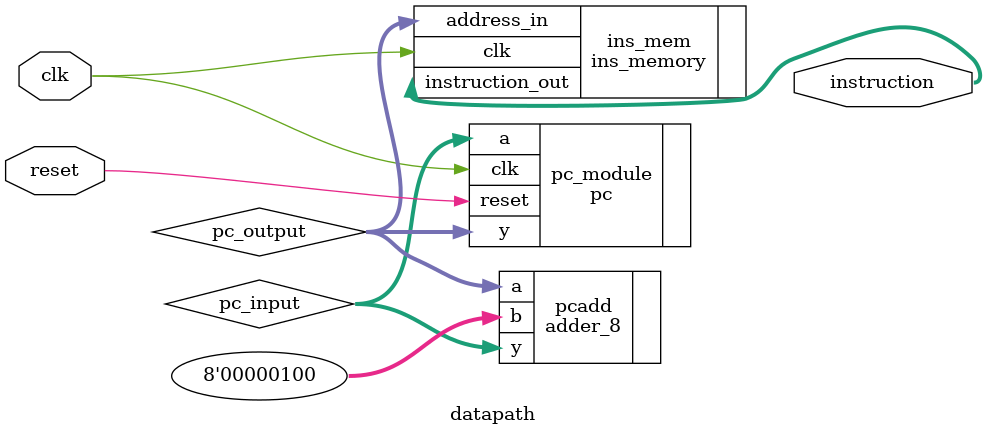
<source format=sv>
`timescale 1ns / 1ps
module datapath 
     
    (
     input logic clk,reset,
	  output logic [31:0] instruction
	  );
	  
	  logic [7:0] pc_input;
	  
	  logic [7:0] pc_output;
	  
	  pc pc_module (
	  .a(pc_input),
	  .clk(clk),
	  .reset(reset),
	  .y(pc_output)
	  );
	  
	  adder_8  pcadd (
	  .a(pc_output),
	  .b(8'b00000100),
	  .y(pc_input)
	  );
	  
	  ins_memory ins_mem(
	  .clk(clk),
	  .address_in(pc_output),
	  .instruction_out(instruction)
	  );
endmodule 
	  
</source>
